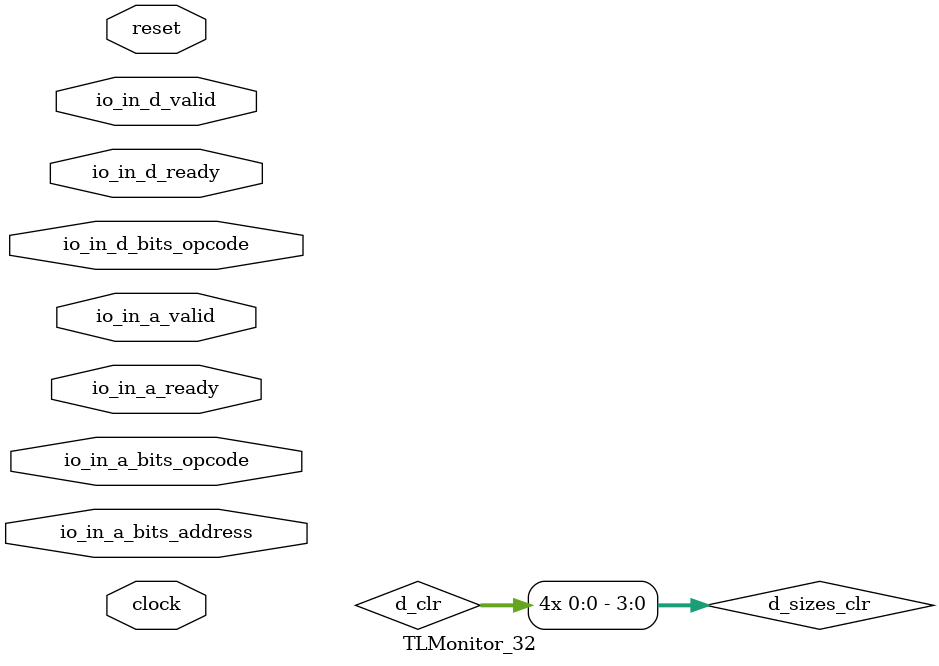
<source format=sv>

`ifndef STOP_COND_
  `ifdef STOP_COND
    `define STOP_COND_ (`STOP_COND)
  `else  // STOP_COND
    `define STOP_COND_ 1
  `endif // STOP_COND
`endif // not def STOP_COND_

// Users can define 'ASSERT_VERBOSE_COND' to add an extra gate to assert error printing.
`ifndef ASSERT_VERBOSE_COND_
  `ifdef ASSERT_VERBOSE_COND
    `define ASSERT_VERBOSE_COND_ (`ASSERT_VERBOSE_COND)
  `else  // ASSERT_VERBOSE_COND
    `define ASSERT_VERBOSE_COND_ 1
  `endif // ASSERT_VERBOSE_COND
`endif // not def ASSERT_VERBOSE_COND_

// Include register initializers in init blocks unless synthesis is set
`ifndef RANDOMIZE
  `ifdef RANDOMIZE_REG_INIT
    `define RANDOMIZE
  `endif // RANDOMIZE_REG_INIT
`endif // not def RANDOMIZE
`ifndef SYNTHESIS
  `ifndef ENABLE_INITIAL_REG_
    `define ENABLE_INITIAL_REG_
  `endif // not def ENABLE_INITIAL_REG_
`endif // not def SYNTHESIS

// Standard header to adapt well known macros for register randomization.

// RANDOM may be set to an expression that produces a 32-bit random unsigned value.
`ifndef RANDOM
  `define RANDOM $random
`endif // not def RANDOM

// Users can define INIT_RANDOM as general code that gets injected into the
// initializer block for modules with registers.
`ifndef INIT_RANDOM
  `define INIT_RANDOM
`endif // not def INIT_RANDOM

// If using random initialization, you can also define RANDOMIZE_DELAY to
// customize the delay used, otherwise 0.002 is used.
`ifndef RANDOMIZE_DELAY
  `define RANDOMIZE_DELAY 0.002
`endif // not def RANDOMIZE_DELAY

// Define INIT_RANDOM_PROLOG_ for use in our modules below.
`ifndef INIT_RANDOM_PROLOG_
  `ifdef RANDOMIZE
    `ifdef VERILATOR
      `define INIT_RANDOM_PROLOG_ `INIT_RANDOM
    `else  // VERILATOR
      `define INIT_RANDOM_PROLOG_ `INIT_RANDOM #`RANDOMIZE_DELAY begin end
    `endif // VERILATOR
  `else  // RANDOMIZE
    `define INIT_RANDOM_PROLOG_
  `endif // RANDOMIZE
`endif // not def INIT_RANDOM_PROLOG_
module TLMonitor_32(	// @[generators/rocket-chip/src/main/scala/tilelink/Monitor.scala:36:7]
  input       clock,	// @[generators/rocket-chip/src/main/scala/tilelink/Monitor.scala:36:7]
  input       reset,	// @[generators/rocket-chip/src/main/scala/tilelink/Monitor.scala:36:7]
  input       io_in_a_ready,	// @[generators/rocket-chip/src/main/scala/tilelink/Monitor.scala:20:14]
  input       io_in_a_valid,	// @[generators/rocket-chip/src/main/scala/tilelink/Monitor.scala:20:14]
  input [2:0] io_in_a_bits_opcode,	// @[generators/rocket-chip/src/main/scala/tilelink/Monitor.scala:20:14]
  input [6:0] io_in_a_bits_address,	// @[generators/rocket-chip/src/main/scala/tilelink/Monitor.scala:20:14]
  input       io_in_d_ready,	// @[generators/rocket-chip/src/main/scala/tilelink/Monitor.scala:20:14]
  input       io_in_d_valid,	// @[generators/rocket-chip/src/main/scala/tilelink/Monitor.scala:20:14]
  input [2:0] io_in_d_bits_opcode	// @[generators/rocket-chip/src/main/scala/tilelink/Monitor.scala:20:14]
);

  wire [31:0] _plusarg_reader_1_out;	// @[generators/rocket-chip/src/main/scala/util/PlusArg.scala:80:11]
  wire [31:0] _plusarg_reader_out;	// @[generators/rocket-chip/src/main/scala/util/PlusArg.scala:80:11]
  wire        a_first_done = io_in_a_ready & io_in_a_valid;	// @[src/main/scala/chisel3/util/Decoupled.scala:51:35]
  reg         a_first_counter;	// @[generators/rocket-chip/src/main/scala/tilelink/Edges.scala:229:27]
  reg  [2:0]  opcode;	// @[generators/rocket-chip/src/main/scala/tilelink/Monitor.scala:387:22]
  reg  [6:0]  address;	// @[generators/rocket-chip/src/main/scala/tilelink/Monitor.scala:391:22]
  reg         d_first_counter;	// @[generators/rocket-chip/src/main/scala/tilelink/Edges.scala:229:27]
  reg  [2:0]  opcode_1;	// @[generators/rocket-chip/src/main/scala/tilelink/Monitor.scala:538:22]
  reg  [1:0]  inflight;	// @[generators/rocket-chip/src/main/scala/tilelink/Monitor.scala:614:27]
  reg  [3:0]  inflight_opcodes;	// @[generators/rocket-chip/src/main/scala/tilelink/Monitor.scala:616:35]
  reg  [3:0]  inflight_sizes;	// @[generators/rocket-chip/src/main/scala/tilelink/Monitor.scala:618:33]
  reg         a_first_counter_1;	// @[generators/rocket-chip/src/main/scala/tilelink/Edges.scala:229:27]
  reg         d_first_counter_1;	// @[generators/rocket-chip/src/main/scala/tilelink/Edges.scala:229:27]
  wire        a_set = a_first_done & ~a_first_counter_1;	// @[generators/rocket-chip/src/main/scala/tilelink/Edges.scala:229:27, :231:25, generators/rocket-chip/src/main/scala/tilelink/Monitor.scala:655:25, src/main/scala/chisel3/util/Decoupled.scala:51:35]
  wire        d_release_ack = io_in_d_bits_opcode == 3'h6;	// @[generators/rocket-chip/src/main/scala/tilelink/Monitor.scala:673:46]
  wire        _GEN = io_in_d_bits_opcode != 3'h6;	// @[generators/rocket-chip/src/main/scala/tilelink/Monitor.scala:673:46, :674:74]
  reg  [31:0] watchdog;	// @[generators/rocket-chip/src/main/scala/tilelink/Monitor.scala:709:27]
  reg  [1:0]  inflight_1;	// @[generators/rocket-chip/src/main/scala/tilelink/Monitor.scala:726:35]
  reg  [3:0]  inflight_sizes_1;	// @[generators/rocket-chip/src/main/scala/tilelink/Monitor.scala:728:35]
  reg         d_first_counter_2;	// @[generators/rocket-chip/src/main/scala/tilelink/Edges.scala:229:27]
  reg  [31:0] watchdog_1;	// @[generators/rocket-chip/src/main/scala/tilelink/Monitor.scala:818:27]
  `ifndef SYNTHESIS	// @[generators/rocket-chip/src/main/scala/tilelink/Monitor.scala:45:11]
    wire [7:0][2:0] _GEN_0 = '{3'h4, 3'h5, 3'h2, 3'h1, 3'h1, 3'h1, 3'h0, 3'h0};
    wire [7:0][2:0] _GEN_1 = '{3'h4, 3'h4, 3'h2, 3'h1, 3'h1, 3'h1, 3'h0, 3'h0};
    wire            _GEN_2 = io_in_a_valid & io_in_a_bits_opcode == 3'h6 & ~reset;	// @[generators/rocket-chip/src/main/scala/tilelink/Monitor.scala:45:11, :84:{25,54}]
    wire            _GEN_3 = io_in_a_valid & (&io_in_a_bits_opcode) & ~reset;	// @[generators/rocket-chip/src/main/scala/tilelink/Monitor.scala:45:11, :95:{25,53}]
    wire            _GEN_4 = {io_in_a_bits_address[6:4] ^ 3'h4, io_in_a_bits_address[2]} == 4'h0 | io_in_a_bits_address[6:3] == 4'hA;	// @[generators/rocket-chip/src/main/scala/diplomacy/Parameters.scala:137:{31,41,46,59}, generators/rocket-chip/src/main/scala/tilelink/Monitor.scala:20:14, :36:7, generators/rocket-chip/src/main/scala/tilelink/Parameters.scala:685:42]
    wire            _GEN_5 = io_in_a_valid & io_in_a_bits_opcode == 3'h4 & ~reset;	// @[generators/rocket-chip/src/main/scala/tilelink/Monitor.scala:36:7, :45:11, :107:{25,45}]
    wire            _GEN_6 = io_in_a_valid & io_in_a_bits_opcode == 3'h0 & ~reset;	// @[generators/rocket-chip/src/main/scala/tilelink/Monitor.scala:36:7, :45:11, :117:{25,53}]
    wire            _GEN_7 = io_in_a_valid & io_in_a_bits_opcode == 3'h1 & ~reset;	// @[generators/rocket-chip/src/main/scala/tilelink/Monitor.scala:36:7, :45:11, :125:{25,56}]
    wire            _GEN_8 = io_in_a_valid & io_in_a_bits_opcode == 3'h2 & ~reset;	// @[generators/rocket-chip/src/main/scala/tilelink/Monitor.scala:45:11, :133:{25,56}]
    wire            _GEN_9 = io_in_a_valid & io_in_a_bits_opcode == 3'h3 & ~reset;	// @[generators/rocket-chip/src/main/scala/tilelink/Monitor.scala:45:11, :141:{25,53}]
    wire            _GEN_10 = io_in_a_valid & io_in_a_bits_opcode == 3'h5 & ~reset;	// @[generators/rocket-chip/src/main/scala/tilelink/Monitor.scala:45:11, :149:{25,46}]
    wire            _GEN_11 = io_in_a_valid & a_first_counter & ~reset;	// @[generators/rocket-chip/src/main/scala/tilelink/Edges.scala:229:27, generators/rocket-chip/src/main/scala/tilelink/Monitor.scala:45:11, :392:19]
    wire            _same_cycle_resp_T_1 = io_in_a_valid & ~a_first_counter_1;	// @[generators/rocket-chip/src/main/scala/tilelink/Edges.scala:229:27, :231:25, generators/rocket-chip/src/main/scala/tilelink/Monitor.scala:651:26]
    wire            _GEN_12 = io_in_d_valid & ~d_first_counter_1;	// @[generators/rocket-chip/src/main/scala/tilelink/Edges.scala:229:27, :231:25, generators/rocket-chip/src/main/scala/tilelink/Monitor.scala:674:26]
    wire            _GEN_13 = _GEN_12 & _GEN;	// @[generators/rocket-chip/src/main/scala/tilelink/Monitor.scala:673:46, :674:{26,74}, :683:71]
    wire            _GEN_14 = _GEN_13 & ~_same_cycle_resp_T_1 & ~reset;	// @[generators/rocket-chip/src/main/scala/tilelink/Monitor.scala:45:11, :52:11, :651:26, :683:71, :687:30]
    wire            _GEN_15 = io_in_d_valid & ~d_first_counter_2 & d_release_ack & ~reset;	// @[generators/rocket-chip/src/main/scala/tilelink/Edges.scala:229:27, :231:25, generators/rocket-chip/src/main/scala/tilelink/Monitor.scala:45:11, :52:11, :673:46, :784:26, :794:71]
    always @(posedge clock) begin	// @[generators/rocket-chip/src/main/scala/tilelink/Monitor.scala:45:11]
      if (_GEN_2) begin	// @[generators/rocket-chip/src/main/scala/tilelink/Monitor.scala:45:11, :84:54]
        if (`ASSERT_VERBOSE_COND_)	// @[generators/rocket-chip/src/main/scala/tilelink/Monitor.scala:45:11]
          $error("Assertion failed: 'A' channel carries AcquireBlock type which is unexpected using diplomatic parameters (connected at generators/rocket-chip/src/main/scala/devices/debug/Debug.scala:706:19)\n    at Monitor.scala:45 assert(cond, message)\n");	// @[generators/rocket-chip/src/main/scala/tilelink/Monitor.scala:45:11]
        if (`STOP_COND_)	// @[generators/rocket-chip/src/main/scala/tilelink/Monitor.scala:45:11]
          $fatal;	// @[generators/rocket-chip/src/main/scala/tilelink/Monitor.scala:45:11]
        if (`ASSERT_VERBOSE_COND_)	// @[generators/rocket-chip/src/main/scala/tilelink/Monitor.scala:45:11]
          $error("Assertion failed: 'A' channel carries AcquireBlock from a client which does not support Probe (connected at generators/rocket-chip/src/main/scala/devices/debug/Debug.scala:706:19)\n    at Monitor.scala:45 assert(cond, message)\n");	// @[generators/rocket-chip/src/main/scala/tilelink/Monitor.scala:45:11]
        if (`STOP_COND_)	// @[generators/rocket-chip/src/main/scala/tilelink/Monitor.scala:45:11]
          $fatal;	// @[generators/rocket-chip/src/main/scala/tilelink/Monitor.scala:45:11]
      end
      if (_GEN_2 & (|(io_in_a_bits_address[1:0]))) begin	// @[generators/rocket-chip/src/main/scala/tilelink/Edges.scala:21:{16,24}, generators/rocket-chip/src/main/scala/tilelink/Monitor.scala:45:11, :84:54]
        if (`ASSERT_VERBOSE_COND_)	// @[generators/rocket-chip/src/main/scala/tilelink/Monitor.scala:45:11]
          $error("Assertion failed: 'A' channel AcquireBlock address not aligned to size (connected at generators/rocket-chip/src/main/scala/devices/debug/Debug.scala:706:19)\n    at Monitor.scala:45 assert(cond, message)\n");	// @[generators/rocket-chip/src/main/scala/tilelink/Monitor.scala:45:11]
        if (`STOP_COND_)	// @[generators/rocket-chip/src/main/scala/tilelink/Monitor.scala:45:11]
          $fatal;	// @[generators/rocket-chip/src/main/scala/tilelink/Monitor.scala:45:11]
      end
      if (_GEN_3) begin	// @[generators/rocket-chip/src/main/scala/tilelink/Monitor.scala:45:11, :95:53]
        if (`ASSERT_VERBOSE_COND_)	// @[generators/rocket-chip/src/main/scala/tilelink/Monitor.scala:45:11]
          $error("Assertion failed: 'A' channel carries AcquirePerm type which is unexpected using diplomatic parameters (connected at generators/rocket-chip/src/main/scala/devices/debug/Debug.scala:706:19)\n    at Monitor.scala:45 assert(cond, message)\n");	// @[generators/rocket-chip/src/main/scala/tilelink/Monitor.scala:45:11]
        if (`STOP_COND_)	// @[generators/rocket-chip/src/main/scala/tilelink/Monitor.scala:45:11]
          $fatal;	// @[generators/rocket-chip/src/main/scala/tilelink/Monitor.scala:45:11]
        if (`ASSERT_VERBOSE_COND_)	// @[generators/rocket-chip/src/main/scala/tilelink/Monitor.scala:45:11]
          $error("Assertion failed: 'A' channel carries AcquirePerm from a client which does not support Probe (connected at generators/rocket-chip/src/main/scala/devices/debug/Debug.scala:706:19)\n    at Monitor.scala:45 assert(cond, message)\n");	// @[generators/rocket-chip/src/main/scala/tilelink/Monitor.scala:45:11]
        if (`STOP_COND_)	// @[generators/rocket-chip/src/main/scala/tilelink/Monitor.scala:45:11]
          $fatal;	// @[generators/rocket-chip/src/main/scala/tilelink/Monitor.scala:45:11]
      end
      if (_GEN_3 & (|(io_in_a_bits_address[1:0]))) begin	// @[generators/rocket-chip/src/main/scala/tilelink/Edges.scala:21:{16,24}, generators/rocket-chip/src/main/scala/tilelink/Monitor.scala:45:11, :95:53]
        if (`ASSERT_VERBOSE_COND_)	// @[generators/rocket-chip/src/main/scala/tilelink/Monitor.scala:45:11]
          $error("Assertion failed: 'A' channel AcquirePerm address not aligned to size (connected at generators/rocket-chip/src/main/scala/devices/debug/Debug.scala:706:19)\n    at Monitor.scala:45 assert(cond, message)\n");	// @[generators/rocket-chip/src/main/scala/tilelink/Monitor.scala:45:11]
        if (`STOP_COND_)	// @[generators/rocket-chip/src/main/scala/tilelink/Monitor.scala:45:11]
          $fatal;	// @[generators/rocket-chip/src/main/scala/tilelink/Monitor.scala:45:11]
      end
      if (_GEN_3) begin	// @[generators/rocket-chip/src/main/scala/tilelink/Monitor.scala:45:11, :95:53]
        if (`ASSERT_VERBOSE_COND_)	// @[generators/rocket-chip/src/main/scala/tilelink/Monitor.scala:45:11]
          $error("Assertion failed: 'A' channel AcquirePerm requests NtoB (connected at generators/rocket-chip/src/main/scala/devices/debug/Debug.scala:706:19)\n    at Monitor.scala:45 assert(cond, message)\n");	// @[generators/rocket-chip/src/main/scala/tilelink/Monitor.scala:45:11]
        if (`STOP_COND_)	// @[generators/rocket-chip/src/main/scala/tilelink/Monitor.scala:45:11]
          $fatal;	// @[generators/rocket-chip/src/main/scala/tilelink/Monitor.scala:45:11]
      end
      if (_GEN_5 & ~_GEN_4) begin	// @[generators/rocket-chip/src/main/scala/tilelink/Monitor.scala:45:11, :107:45, generators/rocket-chip/src/main/scala/tilelink/Parameters.scala:685:42]
        if (`ASSERT_VERBOSE_COND_)	// @[generators/rocket-chip/src/main/scala/tilelink/Monitor.scala:45:11]
          $error("Assertion failed: 'A' channel carries Get type which slave claims it can't support (connected at generators/rocket-chip/src/main/scala/devices/debug/Debug.scala:706:19)\n    at Monitor.scala:45 assert(cond, message)\n");	// @[generators/rocket-chip/src/main/scala/tilelink/Monitor.scala:45:11]
        if (`STOP_COND_)	// @[generators/rocket-chip/src/main/scala/tilelink/Monitor.scala:45:11]
          $fatal;	// @[generators/rocket-chip/src/main/scala/tilelink/Monitor.scala:45:11]
      end
      if (_GEN_5 & (|(io_in_a_bits_address[1:0]))) begin	// @[generators/rocket-chip/src/main/scala/tilelink/Edges.scala:21:{16,24}, generators/rocket-chip/src/main/scala/tilelink/Monitor.scala:45:11, :107:45]
        if (`ASSERT_VERBOSE_COND_)	// @[generators/rocket-chip/src/main/scala/tilelink/Monitor.scala:45:11]
          $error("Assertion failed: 'A' channel Get address not aligned to size (connected at generators/rocket-chip/src/main/scala/devices/debug/Debug.scala:706:19)\n    at Monitor.scala:45 assert(cond, message)\n");	// @[generators/rocket-chip/src/main/scala/tilelink/Monitor.scala:45:11]
        if (`STOP_COND_)	// @[generators/rocket-chip/src/main/scala/tilelink/Monitor.scala:45:11]
          $fatal;	// @[generators/rocket-chip/src/main/scala/tilelink/Monitor.scala:45:11]
      end
      if (_GEN_6 & ~_GEN_4) begin	// @[generators/rocket-chip/src/main/scala/tilelink/Monitor.scala:45:11, :117:53, generators/rocket-chip/src/main/scala/tilelink/Parameters.scala:685:42]
        if (`ASSERT_VERBOSE_COND_)	// @[generators/rocket-chip/src/main/scala/tilelink/Monitor.scala:45:11]
          $error("Assertion failed: 'A' channel carries PutFull type which is unexpected using diplomatic parameters (connected at generators/rocket-chip/src/main/scala/devices/debug/Debug.scala:706:19)\n    at Monitor.scala:45 assert(cond, message)\n");	// @[generators/rocket-chip/src/main/scala/tilelink/Monitor.scala:45:11]
        if (`STOP_COND_)	// @[generators/rocket-chip/src/main/scala/tilelink/Monitor.scala:45:11]
          $fatal;	// @[generators/rocket-chip/src/main/scala/tilelink/Monitor.scala:45:11]
      end
      if (_GEN_6 & (|(io_in_a_bits_address[1:0]))) begin	// @[generators/rocket-chip/src/main/scala/tilelink/Edges.scala:21:{16,24}, generators/rocket-chip/src/main/scala/tilelink/Monitor.scala:45:11, :117:53]
        if (`ASSERT_VERBOSE_COND_)	// @[generators/rocket-chip/src/main/scala/tilelink/Monitor.scala:45:11]
          $error("Assertion failed: 'A' channel PutFull address not aligned to size (connected at generators/rocket-chip/src/main/scala/devices/debug/Debug.scala:706:19)\n    at Monitor.scala:45 assert(cond, message)\n");	// @[generators/rocket-chip/src/main/scala/tilelink/Monitor.scala:45:11]
        if (`STOP_COND_)	// @[generators/rocket-chip/src/main/scala/tilelink/Monitor.scala:45:11]
          $fatal;	// @[generators/rocket-chip/src/main/scala/tilelink/Monitor.scala:45:11]
      end
      if (_GEN_7) begin	// @[generators/rocket-chip/src/main/scala/tilelink/Monitor.scala:45:11, :125:56]
        if (`ASSERT_VERBOSE_COND_)	// @[generators/rocket-chip/src/main/scala/tilelink/Monitor.scala:45:11]
          $error("Assertion failed: 'A' channel carries PutPartial type which is unexpected using diplomatic parameters (connected at generators/rocket-chip/src/main/scala/devices/debug/Debug.scala:706:19)\n    at Monitor.scala:45 assert(cond, message)\n");	// @[generators/rocket-chip/src/main/scala/tilelink/Monitor.scala:45:11]
        if (`STOP_COND_)	// @[generators/rocket-chip/src/main/scala/tilelink/Monitor.scala:45:11]
          $fatal;	// @[generators/rocket-chip/src/main/scala/tilelink/Monitor.scala:45:11]
      end
      if (_GEN_7 & (|(io_in_a_bits_address[1:0]))) begin	// @[generators/rocket-chip/src/main/scala/tilelink/Edges.scala:21:{16,24}, generators/rocket-chip/src/main/scala/tilelink/Monitor.scala:45:11, :125:56]
        if (`ASSERT_VERBOSE_COND_)	// @[generators/rocket-chip/src/main/scala/tilelink/Monitor.scala:45:11]
          $error("Assertion failed: 'A' channel PutPartial address not aligned to size (connected at generators/rocket-chip/src/main/scala/devices/debug/Debug.scala:706:19)\n    at Monitor.scala:45 assert(cond, message)\n");	// @[generators/rocket-chip/src/main/scala/tilelink/Monitor.scala:45:11]
        if (`STOP_COND_)	// @[generators/rocket-chip/src/main/scala/tilelink/Monitor.scala:45:11]
          $fatal;	// @[generators/rocket-chip/src/main/scala/tilelink/Monitor.scala:45:11]
      end
      if (_GEN_8) begin	// @[generators/rocket-chip/src/main/scala/tilelink/Monitor.scala:45:11, :133:56]
        if (`ASSERT_VERBOSE_COND_)	// @[generators/rocket-chip/src/main/scala/tilelink/Monitor.scala:45:11]
          $error("Assertion failed: 'A' channel carries Arithmetic type which is unexpected using diplomatic parameters (connected at generators/rocket-chip/src/main/scala/devices/debug/Debug.scala:706:19)\n    at Monitor.scala:45 assert(cond, message)\n");	// @[generators/rocket-chip/src/main/scala/tilelink/Monitor.scala:45:11]
        if (`STOP_COND_)	// @[generators/rocket-chip/src/main/scala/tilelink/Monitor.scala:45:11]
          $fatal;	// @[generators/rocket-chip/src/main/scala/tilelink/Monitor.scala:45:11]
      end
      if (_GEN_8 & (|(io_in_a_bits_address[1:0]))) begin	// @[generators/rocket-chip/src/main/scala/tilelink/Edges.scala:21:{16,24}, generators/rocket-chip/src/main/scala/tilelink/Monitor.scala:45:11, :133:56]
        if (`ASSERT_VERBOSE_COND_)	// @[generators/rocket-chip/src/main/scala/tilelink/Monitor.scala:45:11]
          $error("Assertion failed: 'A' channel Arithmetic address not aligned to size (connected at generators/rocket-chip/src/main/scala/devices/debug/Debug.scala:706:19)\n    at Monitor.scala:45 assert(cond, message)\n");	// @[generators/rocket-chip/src/main/scala/tilelink/Monitor.scala:45:11]
        if (`STOP_COND_)	// @[generators/rocket-chip/src/main/scala/tilelink/Monitor.scala:45:11]
          $fatal;	// @[generators/rocket-chip/src/main/scala/tilelink/Monitor.scala:45:11]
      end
      if (_GEN_9) begin	// @[generators/rocket-chip/src/main/scala/tilelink/Monitor.scala:45:11, :141:53]
        if (`ASSERT_VERBOSE_COND_)	// @[generators/rocket-chip/src/main/scala/tilelink/Monitor.scala:45:11]
          $error("Assertion failed: 'A' channel carries Logical type which is unexpected using diplomatic parameters (connected at generators/rocket-chip/src/main/scala/devices/debug/Debug.scala:706:19)\n    at Monitor.scala:45 assert(cond, message)\n");	// @[generators/rocket-chip/src/main/scala/tilelink/Monitor.scala:45:11]
        if (`STOP_COND_)	// @[generators/rocket-chip/src/main/scala/tilelink/Monitor.scala:45:11]
          $fatal;	// @[generators/rocket-chip/src/main/scala/tilelink/Monitor.scala:45:11]
      end
      if (_GEN_9 & (|(io_in_a_bits_address[1:0]))) begin	// @[generators/rocket-chip/src/main/scala/tilelink/Edges.scala:21:{16,24}, generators/rocket-chip/src/main/scala/tilelink/Monitor.scala:45:11, :141:53]
        if (`ASSERT_VERBOSE_COND_)	// @[generators/rocket-chip/src/main/scala/tilelink/Monitor.scala:45:11]
          $error("Assertion failed: 'A' channel Logical address not aligned to size (connected at generators/rocket-chip/src/main/scala/devices/debug/Debug.scala:706:19)\n    at Monitor.scala:45 assert(cond, message)\n");	// @[generators/rocket-chip/src/main/scala/tilelink/Monitor.scala:45:11]
        if (`STOP_COND_)	// @[generators/rocket-chip/src/main/scala/tilelink/Monitor.scala:45:11]
          $fatal;	// @[generators/rocket-chip/src/main/scala/tilelink/Monitor.scala:45:11]
      end
      if (_GEN_10) begin	// @[generators/rocket-chip/src/main/scala/tilelink/Monitor.scala:45:11, :149:46]
        if (`ASSERT_VERBOSE_COND_)	// @[generators/rocket-chip/src/main/scala/tilelink/Monitor.scala:45:11]
          $error("Assertion failed: 'A' channel carries Hint type which is unexpected using diplomatic parameters (connected at generators/rocket-chip/src/main/scala/devices/debug/Debug.scala:706:19)\n    at Monitor.scala:45 assert(cond, message)\n");	// @[generators/rocket-chip/src/main/scala/tilelink/Monitor.scala:45:11]
        if (`STOP_COND_)	// @[generators/rocket-chip/src/main/scala/tilelink/Monitor.scala:45:11]
          $fatal;	// @[generators/rocket-chip/src/main/scala/tilelink/Monitor.scala:45:11]
      end
      if (_GEN_10 & (|(io_in_a_bits_address[1:0]))) begin	// @[generators/rocket-chip/src/main/scala/tilelink/Edges.scala:21:{16,24}, generators/rocket-chip/src/main/scala/tilelink/Monitor.scala:45:11, :149:46]
        if (`ASSERT_VERBOSE_COND_)	// @[generators/rocket-chip/src/main/scala/tilelink/Monitor.scala:45:11]
          $error("Assertion failed: 'A' channel Hint address not aligned to size (connected at generators/rocket-chip/src/main/scala/devices/debug/Debug.scala:706:19)\n    at Monitor.scala:45 assert(cond, message)\n");	// @[generators/rocket-chip/src/main/scala/tilelink/Monitor.scala:45:11]
        if (`STOP_COND_)	// @[generators/rocket-chip/src/main/scala/tilelink/Monitor.scala:45:11]
          $fatal;	// @[generators/rocket-chip/src/main/scala/tilelink/Monitor.scala:45:11]
      end
      if (io_in_d_valid & ~reset & (&io_in_d_bits_opcode)) begin	// @[generators/rocket-chip/src/main/scala/tilelink/Bundles.scala:45:24, generators/rocket-chip/src/main/scala/tilelink/Monitor.scala:45:11, :52:11]
        if (`ASSERT_VERBOSE_COND_)	// @[generators/rocket-chip/src/main/scala/tilelink/Monitor.scala:52:11]
          $error("Assertion failed: 'D' channel has invalid opcode (connected at generators/rocket-chip/src/main/scala/devices/debug/Debug.scala:706:19)\n    at Monitor.scala:52 assert(cond, message)\n");	// @[generators/rocket-chip/src/main/scala/tilelink/Monitor.scala:52:11]
        if (`STOP_COND_)	// @[generators/rocket-chip/src/main/scala/tilelink/Monitor.scala:52:11]
          $fatal;	// @[generators/rocket-chip/src/main/scala/tilelink/Monitor.scala:52:11]
      end
      if (io_in_d_valid & io_in_d_bits_opcode == 3'h4 & ~reset) begin	// @[generators/rocket-chip/src/main/scala/tilelink/Monitor.scala:36:7, :45:11, :52:11, :321:{25,47}]
        if (`ASSERT_VERBOSE_COND_)	// @[generators/rocket-chip/src/main/scala/tilelink/Monitor.scala:52:11]
          $error("Assertion failed: 'D' channel Grant carries invalid sink ID (connected at generators/rocket-chip/src/main/scala/devices/debug/Debug.scala:706:19)\n    at Monitor.scala:52 assert(cond, message)\n");	// @[generators/rocket-chip/src/main/scala/tilelink/Monitor.scala:52:11]
        if (`STOP_COND_)	// @[generators/rocket-chip/src/main/scala/tilelink/Monitor.scala:52:11]
          $fatal;	// @[generators/rocket-chip/src/main/scala/tilelink/Monitor.scala:52:11]
      end
      if (io_in_d_valid & io_in_d_bits_opcode == 3'h5 & ~reset) begin	// @[generators/rocket-chip/src/main/scala/tilelink/Monitor.scala:45:11, :52:11, :331:{25,51}]
        if (`ASSERT_VERBOSE_COND_)	// @[generators/rocket-chip/src/main/scala/tilelink/Monitor.scala:52:11]
          $error("Assertion failed: 'D' channel GrantData carries invalid sink ID (connected at generators/rocket-chip/src/main/scala/devices/debug/Debug.scala:706:19)\n    at Monitor.scala:52 assert(cond, message)\n");	// @[generators/rocket-chip/src/main/scala/tilelink/Monitor.scala:52:11]
        if (`STOP_COND_)	// @[generators/rocket-chip/src/main/scala/tilelink/Monitor.scala:52:11]
          $fatal;	// @[generators/rocket-chip/src/main/scala/tilelink/Monitor.scala:52:11]
      end
      if (_GEN_11 & io_in_a_bits_opcode != opcode) begin	// @[generators/rocket-chip/src/main/scala/tilelink/Monitor.scala:45:11, :387:22, :392:19, :393:32]
        if (`ASSERT_VERBOSE_COND_)	// @[generators/rocket-chip/src/main/scala/tilelink/Monitor.scala:45:11]
          $error("Assertion failed: 'A' channel opcode changed within multibeat operation (connected at generators/rocket-chip/src/main/scala/devices/debug/Debug.scala:706:19)\n    at Monitor.scala:45 assert(cond, message)\n");	// @[generators/rocket-chip/src/main/scala/tilelink/Monitor.scala:45:11]
        if (`STOP_COND_)	// @[generators/rocket-chip/src/main/scala/tilelink/Monitor.scala:45:11]
          $fatal;	// @[generators/rocket-chip/src/main/scala/tilelink/Monitor.scala:45:11]
      end
      if (_GEN_11 & io_in_a_bits_address != address) begin	// @[generators/rocket-chip/src/main/scala/tilelink/Monitor.scala:45:11, :391:22, :392:19, :397:32]
        if (`ASSERT_VERBOSE_COND_)	// @[generators/rocket-chip/src/main/scala/tilelink/Monitor.scala:45:11]
          $error("Assertion failed: 'A' channel address changed with multibeat operation (connected at generators/rocket-chip/src/main/scala/devices/debug/Debug.scala:706:19)\n    at Monitor.scala:45 assert(cond, message)\n");	// @[generators/rocket-chip/src/main/scala/tilelink/Monitor.scala:45:11]
        if (`STOP_COND_)	// @[generators/rocket-chip/src/main/scala/tilelink/Monitor.scala:45:11]
          $fatal;	// @[generators/rocket-chip/src/main/scala/tilelink/Monitor.scala:45:11]
      end
      if (io_in_d_valid & d_first_counter & ~reset & io_in_d_bits_opcode != opcode_1) begin	// @[generators/rocket-chip/src/main/scala/tilelink/Edges.scala:229:27, generators/rocket-chip/src/main/scala/tilelink/Monitor.scala:45:11, :52:11, :538:22, :544:19, :545:29]
        if (`ASSERT_VERBOSE_COND_)	// @[generators/rocket-chip/src/main/scala/tilelink/Monitor.scala:52:11]
          $error("Assertion failed: 'D' channel opcode changed within multibeat operation (connected at generators/rocket-chip/src/main/scala/devices/debug/Debug.scala:706:19)\n    at Monitor.scala:52 assert(cond, message)\n");	// @[generators/rocket-chip/src/main/scala/tilelink/Monitor.scala:52:11]
        if (`STOP_COND_)	// @[generators/rocket-chip/src/main/scala/tilelink/Monitor.scala:52:11]
          $fatal;	// @[generators/rocket-chip/src/main/scala/tilelink/Monitor.scala:52:11]
      end
      if (a_set & ~reset & inflight[0]) begin	// @[generators/rocket-chip/src/main/scala/tilelink/Monitor.scala:45:11, :614:27, :655:25, :661:26]
        if (`ASSERT_VERBOSE_COND_)	// @[generators/rocket-chip/src/main/scala/tilelink/Monitor.scala:45:11]
          $error("Assertion failed: 'A' channel re-used a source ID (connected at generators/rocket-chip/src/main/scala/devices/debug/Debug.scala:706:19)\n    at Monitor.scala:45 assert(cond, message)\n");	// @[generators/rocket-chip/src/main/scala/tilelink/Monitor.scala:45:11]
        if (`STOP_COND_)	// @[generators/rocket-chip/src/main/scala/tilelink/Monitor.scala:45:11]
          $fatal;	// @[generators/rocket-chip/src/main/scala/tilelink/Monitor.scala:45:11]
      end
      if (_GEN_13 & ~reset & ~(inflight[0] | _same_cycle_resp_T_1)) begin	// @[generators/rocket-chip/src/main/scala/tilelink/Monitor.scala:45:11, :52:11, :614:27, :651:26, :661:26, :683:71, :685:49]
        if (`ASSERT_VERBOSE_COND_)	// @[generators/rocket-chip/src/main/scala/tilelink/Monitor.scala:52:11]
          $error("Assertion failed: 'D' channel acknowledged for nothing inflight (connected at generators/rocket-chip/src/main/scala/devices/debug/Debug.scala:706:19)\n    at Monitor.scala:52 assert(cond, message)\n");	// @[generators/rocket-chip/src/main/scala/tilelink/Monitor.scala:52:11]
        if (`STOP_COND_)	// @[generators/rocket-chip/src/main/scala/tilelink/Monitor.scala:52:11]
          $fatal;	// @[generators/rocket-chip/src/main/scala/tilelink/Monitor.scala:52:11]
      end
      if (_GEN_13 & _same_cycle_resp_T_1 & ~reset & ~(io_in_d_bits_opcode == _GEN_1[io_in_a_bits_opcode] | io_in_d_bits_opcode == _GEN_0[io_in_a_bits_opcode])) begin	// @[generators/rocket-chip/src/main/scala/tilelink/Monitor.scala:45:11, :52:11, :651:26, :683:71, :687:30, :688:{38,77}, :689:39]
        if (`ASSERT_VERBOSE_COND_)	// @[generators/rocket-chip/src/main/scala/tilelink/Monitor.scala:52:11]
          $error("Assertion failed: 'D' channel contains improper opcode response (connected at generators/rocket-chip/src/main/scala/devices/debug/Debug.scala:706:19)\n    at Monitor.scala:52 assert(cond, message)\n");	// @[generators/rocket-chip/src/main/scala/tilelink/Monitor.scala:52:11]
        if (`STOP_COND_)	// @[generators/rocket-chip/src/main/scala/tilelink/Monitor.scala:52:11]
          $fatal;	// @[generators/rocket-chip/src/main/scala/tilelink/Monitor.scala:52:11]
      end
      if (_GEN_14 & ~(io_in_d_bits_opcode == _GEN_1[inflight_opcodes[3:1]] | io_in_d_bits_opcode == _GEN_0[inflight_opcodes[3:1]])) begin	// @[generators/rocket-chip/src/main/scala/tilelink/Monitor.scala:52:11, :616:35, :637:152, :687:30, :692:{38,72}, :693:38]
        if (`ASSERT_VERBOSE_COND_)	// @[generators/rocket-chip/src/main/scala/tilelink/Monitor.scala:52:11]
          $error("Assertion failed: 'D' channel contains improper opcode response (connected at generators/rocket-chip/src/main/scala/devices/debug/Debug.scala:706:19)\n    at Monitor.scala:52 assert(cond, message)\n");	// @[generators/rocket-chip/src/main/scala/tilelink/Monitor.scala:52:11]
        if (`STOP_COND_)	// @[generators/rocket-chip/src/main/scala/tilelink/Monitor.scala:52:11]
          $fatal;	// @[generators/rocket-chip/src/main/scala/tilelink/Monitor.scala:52:11]
      end
      if (_GEN_14 & inflight_sizes[3:1] != 3'h2) begin	// @[generators/rocket-chip/src/main/scala/tilelink/Monitor.scala:52:11, :618:33, :641:144, :687:30, :694:36]
        if (`ASSERT_VERBOSE_COND_)	// @[generators/rocket-chip/src/main/scala/tilelink/Monitor.scala:52:11]
          $error("Assertion failed: 'D' channel contains improper response size (connected at generators/rocket-chip/src/main/scala/devices/debug/Debug.scala:706:19)\n    at Monitor.scala:52 assert(cond, message)\n");	// @[generators/rocket-chip/src/main/scala/tilelink/Monitor.scala:52:11]
        if (`STOP_COND_)	// @[generators/rocket-chip/src/main/scala/tilelink/Monitor.scala:52:11]
          $fatal;	// @[generators/rocket-chip/src/main/scala/tilelink/Monitor.scala:52:11]
      end
      if (_GEN_12 & ~a_first_counter_1 & io_in_a_valid & _GEN & ~reset & ~(~io_in_d_ready | io_in_a_ready)) begin	// @[generators/rocket-chip/src/main/scala/tilelink/Edges.scala:229:27, :231:25, generators/rocket-chip/src/main/scala/tilelink/Monitor.scala:45:11, :52:11, :673:46, :674:{26,74}, :697:{36,47,116}, :698:{15,32}]
        if (`ASSERT_VERBOSE_COND_)	// @[generators/rocket-chip/src/main/scala/tilelink/Monitor.scala:52:11]
          $error("Assertion failed: ready check\n    at Monitor.scala:52 assert(cond, message)\n");	// @[generators/rocket-chip/src/main/scala/tilelink/Monitor.scala:52:11]
        if (`STOP_COND_)	// @[generators/rocket-chip/src/main/scala/tilelink/Monitor.scala:52:11]
          $fatal;	// @[generators/rocket-chip/src/main/scala/tilelink/Monitor.scala:52:11]
      end
      if (~reset & ~(inflight == 2'h0 | _plusarg_reader_out == 32'h0 | watchdog < _plusarg_reader_out)) begin	// @[generators/rocket-chip/src/main/scala/tilelink/Monitor.scala:36:7, :45:11, :614:27, :709:27, :712:{26,30,39,47,59}, generators/rocket-chip/src/main/scala/util/PlusArg.scala:80:11]
        if (`ASSERT_VERBOSE_COND_)	// @[generators/rocket-chip/src/main/scala/tilelink/Monitor.scala:45:11]
          $error("Assertion failed: TileLink timeout expired (connected at generators/rocket-chip/src/main/scala/devices/debug/Debug.scala:706:19)\n    at Monitor.scala:45 assert(cond, message)\n");	// @[generators/rocket-chip/src/main/scala/tilelink/Monitor.scala:45:11]
        if (`STOP_COND_)	// @[generators/rocket-chip/src/main/scala/tilelink/Monitor.scala:45:11]
          $fatal;	// @[generators/rocket-chip/src/main/scala/tilelink/Monitor.scala:45:11]
      end
      if (_GEN_15 & ~(inflight_1[0])) begin	// @[generators/rocket-chip/src/main/scala/tilelink/Monitor.scala:52:11, :726:35, :784:26, :794:71, :796:25]
        if (`ASSERT_VERBOSE_COND_)	// @[generators/rocket-chip/src/main/scala/tilelink/Monitor.scala:52:11]
          $error("Assertion failed: 'D' channel acknowledged for nothing inflight (connected at generators/rocket-chip/src/main/scala/devices/debug/Debug.scala:706:19)\n    at Monitor.scala:52 assert(cond, message)\n");	// @[generators/rocket-chip/src/main/scala/tilelink/Monitor.scala:52:11]
        if (`STOP_COND_)	// @[generators/rocket-chip/src/main/scala/tilelink/Monitor.scala:52:11]
          $fatal;	// @[generators/rocket-chip/src/main/scala/tilelink/Monitor.scala:52:11]
      end
      if (_GEN_15 & inflight_sizes_1[3:1] != 3'h2) begin	// @[generators/rocket-chip/src/main/scala/tilelink/Monitor.scala:52:11, :728:35, :750:146, :784:26, :794:71, :800:36]
        if (`ASSERT_VERBOSE_COND_)	// @[generators/rocket-chip/src/main/scala/tilelink/Monitor.scala:52:11]
          $error("Assertion failed: 'D' channel contains improper response size (connected at generators/rocket-chip/src/main/scala/devices/debug/Debug.scala:706:19)\n    at Monitor.scala:52 assert(cond, message)\n");	// @[generators/rocket-chip/src/main/scala/tilelink/Monitor.scala:52:11]
        if (`STOP_COND_)	// @[generators/rocket-chip/src/main/scala/tilelink/Monitor.scala:52:11]
          $fatal;	// @[generators/rocket-chip/src/main/scala/tilelink/Monitor.scala:52:11]
      end
      if (~reset & ~(inflight_1 == 2'h0 | _plusarg_reader_1_out == 32'h0 | watchdog_1 < _plusarg_reader_1_out)) begin	// @[generators/rocket-chip/src/main/scala/tilelink/Monitor.scala:36:7, :45:11, :726:35, :818:27, :821:{26,30,39,47,59}, generators/rocket-chip/src/main/scala/util/PlusArg.scala:80:11]
        if (`ASSERT_VERBOSE_COND_)	// @[generators/rocket-chip/src/main/scala/tilelink/Monitor.scala:45:11]
          $error("Assertion failed: TileLink timeout expired (connected at generators/rocket-chip/src/main/scala/devices/debug/Debug.scala:706:19)\n    at Monitor.scala:45 assert(cond, message)\n");	// @[generators/rocket-chip/src/main/scala/tilelink/Monitor.scala:45:11]
        if (`STOP_COND_)	// @[generators/rocket-chip/src/main/scala/tilelink/Monitor.scala:45:11]
          $fatal;	// @[generators/rocket-chip/src/main/scala/tilelink/Monitor.scala:45:11]
      end
    end // always @(posedge)
  `endif // not def SYNTHESIS
  wire        d_first_done = io_in_d_ready & io_in_d_valid;	// @[src/main/scala/chisel3/util/Decoupled.scala:51:35]
  wire        d_clr = d_first_done & ~d_first_counter_1 & _GEN;	// @[generators/rocket-chip/src/main/scala/tilelink/Edges.scala:229:27, :231:25, generators/rocket-chip/src/main/scala/tilelink/Monitor.scala:673:46, :674:74, :678:{25,70}, src/main/scala/chisel3/util/Decoupled.scala:51:35]
  wire [3:0]  d_sizes_clr = {4{d_clr}};	// @[generators/rocket-chip/src/main/scala/tilelink/Monitor.scala:668:33, :678:{25,70,89}, :680:21]
  wire        d_clr_1 = d_first_done & ~d_first_counter_2 & d_release_ack;	// @[generators/rocket-chip/src/main/scala/tilelink/Edges.scala:229:27, :231:25, generators/rocket-chip/src/main/scala/tilelink/Monitor.scala:673:46, :788:{25,70}, src/main/scala/chisel3/util/Decoupled.scala:51:35]
  always @(posedge clock) begin	// @[generators/rocket-chip/src/main/scala/tilelink/Monitor.scala:36:7]
    if (reset) begin	// @[generators/rocket-chip/src/main/scala/tilelink/Monitor.scala:36:7]
      a_first_counter <= 1'h0;	// @[generators/rocket-chip/src/main/scala/tilelink/Edges.scala:229:27]
      d_first_counter <= 1'h0;	// @[generators/rocket-chip/src/main/scala/tilelink/Edges.scala:229:27]
      inflight <= 2'h0;	// @[generators/rocket-chip/src/main/scala/tilelink/Monitor.scala:36:7, :614:27]
      inflight_opcodes <= 4'h0;	// @[generators/rocket-chip/src/main/scala/tilelink/Monitor.scala:616:35]
      inflight_sizes <= 4'h0;	// @[generators/rocket-chip/src/main/scala/tilelink/Monitor.scala:618:33]
      a_first_counter_1 <= 1'h0;	// @[generators/rocket-chip/src/main/scala/tilelink/Edges.scala:229:27]
      d_first_counter_1 <= 1'h0;	// @[generators/rocket-chip/src/main/scala/tilelink/Edges.scala:229:27]
      watchdog <= 32'h0;	// @[generators/rocket-chip/src/main/scala/tilelink/Monitor.scala:709:27]
      inflight_1 <= 2'h0;	// @[generators/rocket-chip/src/main/scala/tilelink/Monitor.scala:36:7, :726:35]
      inflight_sizes_1 <= 4'h0;	// @[generators/rocket-chip/src/main/scala/tilelink/Monitor.scala:728:35]
      d_first_counter_2 <= 1'h0;	// @[generators/rocket-chip/src/main/scala/tilelink/Edges.scala:229:27]
      watchdog_1 <= 32'h0;	// @[generators/rocket-chip/src/main/scala/tilelink/Monitor.scala:818:27]
    end
    else begin	// @[generators/rocket-chip/src/main/scala/tilelink/Monitor.scala:36:7]
      a_first_counter <= (~a_first_done | a_first_counter - 1'h1) & a_first_counter;	// @[generators/rocket-chip/src/main/scala/tilelink/Edges.scala:229:27, :230:28, :235:17, :236:15, src/main/scala/chisel3/util/Decoupled.scala:51:35]
      d_first_counter <= (~d_first_done | d_first_counter - 1'h1) & d_first_counter;	// @[generators/rocket-chip/src/main/scala/tilelink/Edges.scala:229:27, :230:28, :235:17, :236:15, src/main/scala/chisel3/util/Decoupled.scala:51:35]
      inflight <= {1'h0, (inflight[0] | a_set) & ~d_clr};	// @[generators/rocket-chip/src/main/scala/tilelink/Monitor.scala:614:27, :655:25, :661:26, :678:{25,70}, :705:{27,36,38}]
      inflight_opcodes <= (inflight_opcodes | (a_set ? {io_in_a_bits_opcode, 1'h1} : 4'h0)) & ~d_sizes_clr;	// @[generators/rocket-chip/src/main/scala/tilelink/Monitor.scala:616:35, :630:33, :655:{25,70}, :657:61, :659:28, :668:33, :678:89, :680:21, :706:{43,60,62}]
      inflight_sizes <= (inflight_sizes | (a_set ? {1'h0, a_set ? 3'h5 : 3'h0} : 4'h0)) & ~d_sizes_clr;	// @[generators/rocket-chip/src/main/scala/tilelink/Monitor.scala:36:7, :618:33, :632:31, :648:38, :655:{25,70}, :658:28, :660:28, :668:33, :678:89, :680:21, :707:{39,54,56}]
      a_first_counter_1 <= (~a_first_done | a_first_counter_1 - 1'h1) & a_first_counter_1;	// @[generators/rocket-chip/src/main/scala/tilelink/Edges.scala:229:27, :230:28, :235:17, :236:15, src/main/scala/chisel3/util/Decoupled.scala:51:35]
      d_first_counter_1 <= (~d_first_done | d_first_counter_1 - 1'h1) & d_first_counter_1;	// @[generators/rocket-chip/src/main/scala/tilelink/Edges.scala:229:27, :230:28, :235:17, :236:15, src/main/scala/chisel3/util/Decoupled.scala:51:35]
      watchdog <= a_first_done | d_first_done ? 32'h0 : watchdog + 32'h1;	// @[generators/rocket-chip/src/main/scala/tilelink/Monitor.scala:709:27, :714:{14,26}, :715:{25,43,54}, src/main/scala/chisel3/util/Decoupled.scala:51:35]
      inflight_1 <= {1'h0, inflight_1[0] & ~d_clr_1};	// @[generators/rocket-chip/src/main/scala/tilelink/Monitor.scala:726:35, :788:{25,70}, :796:25, :814:{44,46}]
      inflight_sizes_1 <= inflight_sizes_1 & ~{4{d_clr_1}};	// @[generators/rocket-chip/src/main/scala/tilelink/Monitor.scala:728:35, :777:34, :788:{25,70,88}, :791:21, :816:{56,58}]
      d_first_counter_2 <= (~d_first_done | d_first_counter_2 - 1'h1) & d_first_counter_2;	// @[generators/rocket-chip/src/main/scala/tilelink/Edges.scala:229:27, :230:28, :235:17, :236:15, src/main/scala/chisel3/util/Decoupled.scala:51:35]
      watchdog_1 <= d_first_done ? 32'h0 : watchdog_1 + 32'h1;	// @[generators/rocket-chip/src/main/scala/tilelink/Monitor.scala:818:27, :823:{14,26}, :824:{43,54}, src/main/scala/chisel3/util/Decoupled.scala:51:35]
    end
    if (a_first_done & ~a_first_counter) begin	// @[generators/rocket-chip/src/main/scala/tilelink/Edges.scala:229:27, :231:25, generators/rocket-chip/src/main/scala/tilelink/Monitor.scala:399:18, src/main/scala/chisel3/util/Decoupled.scala:51:35]
      opcode <= io_in_a_bits_opcode;	// @[generators/rocket-chip/src/main/scala/tilelink/Monitor.scala:387:22]
      address <= io_in_a_bits_address;	// @[generators/rocket-chip/src/main/scala/tilelink/Monitor.scala:391:22]
    end
    if (d_first_done & ~d_first_counter)	// @[generators/rocket-chip/src/main/scala/tilelink/Edges.scala:229:27, :231:25, generators/rocket-chip/src/main/scala/tilelink/Monitor.scala:552:18, src/main/scala/chisel3/util/Decoupled.scala:51:35]
      opcode_1 <= io_in_d_bits_opcode;	// @[generators/rocket-chip/src/main/scala/tilelink/Monitor.scala:538:22]
  end // always @(posedge)
  `ifdef ENABLE_INITIAL_REG_	// @[generators/rocket-chip/src/main/scala/tilelink/Monitor.scala:36:7]
    `ifdef FIRRTL_BEFORE_INITIAL	// @[generators/rocket-chip/src/main/scala/tilelink/Monitor.scala:36:7]
      `FIRRTL_BEFORE_INITIAL	// @[generators/rocket-chip/src/main/scala/tilelink/Monitor.scala:36:7]
    `endif // FIRRTL_BEFORE_INITIAL
    logic [31:0] _RANDOM[0:3];	// @[generators/rocket-chip/src/main/scala/tilelink/Monitor.scala:36:7]
    initial begin	// @[generators/rocket-chip/src/main/scala/tilelink/Monitor.scala:36:7]
      `ifdef INIT_RANDOM_PROLOG_	// @[generators/rocket-chip/src/main/scala/tilelink/Monitor.scala:36:7]
        `INIT_RANDOM_PROLOG_	// @[generators/rocket-chip/src/main/scala/tilelink/Monitor.scala:36:7]
      `endif // INIT_RANDOM_PROLOG_
      `ifdef RANDOMIZE_REG_INIT	// @[generators/rocket-chip/src/main/scala/tilelink/Monitor.scala:36:7]
        for (logic [2:0] i = 3'h0; i < 3'h4; i += 3'h1) begin
          _RANDOM[i[1:0]] = `RANDOM;	// @[generators/rocket-chip/src/main/scala/tilelink/Monitor.scala:36:7]
        end	// @[generators/rocket-chip/src/main/scala/tilelink/Monitor.scala:36:7]
        a_first_counter = _RANDOM[2'h0][0];	// @[generators/rocket-chip/src/main/scala/tilelink/Edges.scala:229:27, generators/rocket-chip/src/main/scala/tilelink/Monitor.scala:36:7]
        opcode = _RANDOM[2'h0][3:1];	// @[generators/rocket-chip/src/main/scala/tilelink/Edges.scala:229:27, generators/rocket-chip/src/main/scala/tilelink/Monitor.scala:36:7, :387:22]
        address = _RANDOM[2'h0][16:10];	// @[generators/rocket-chip/src/main/scala/tilelink/Edges.scala:229:27, generators/rocket-chip/src/main/scala/tilelink/Monitor.scala:36:7, :391:22]
        d_first_counter = _RANDOM[2'h0][17];	// @[generators/rocket-chip/src/main/scala/tilelink/Edges.scala:229:27, generators/rocket-chip/src/main/scala/tilelink/Monitor.scala:36:7]
        opcode_1 = _RANDOM[2'h0][20:18];	// @[generators/rocket-chip/src/main/scala/tilelink/Edges.scala:229:27, generators/rocket-chip/src/main/scala/tilelink/Monitor.scala:36:7, :538:22]
        inflight = _RANDOM[2'h0][29:28];	// @[generators/rocket-chip/src/main/scala/tilelink/Edges.scala:229:27, generators/rocket-chip/src/main/scala/tilelink/Monitor.scala:36:7, :614:27]
        inflight_opcodes = {_RANDOM[2'h0][31:30], _RANDOM[2'h1][1:0]};	// @[generators/rocket-chip/src/main/scala/tilelink/Edges.scala:229:27, generators/rocket-chip/src/main/scala/tilelink/Monitor.scala:36:7, :616:35]
        inflight_sizes = _RANDOM[2'h1][5:2];	// @[generators/rocket-chip/src/main/scala/tilelink/Monitor.scala:36:7, :616:35, :618:33]
        a_first_counter_1 = _RANDOM[2'h1][6];	// @[generators/rocket-chip/src/main/scala/tilelink/Edges.scala:229:27, generators/rocket-chip/src/main/scala/tilelink/Monitor.scala:36:7, :616:35]
        d_first_counter_1 = _RANDOM[2'h1][7];	// @[generators/rocket-chip/src/main/scala/tilelink/Edges.scala:229:27, generators/rocket-chip/src/main/scala/tilelink/Monitor.scala:36:7, :616:35]
        watchdog = {_RANDOM[2'h1][31:8], _RANDOM[2'h2][7:0]};	// @[generators/rocket-chip/src/main/scala/tilelink/Monitor.scala:36:7, :616:35, :709:27]
        inflight_1 = _RANDOM[2'h2][9:8];	// @[generators/rocket-chip/src/main/scala/tilelink/Monitor.scala:36:7, :709:27, :726:35]
        inflight_sizes_1 = _RANDOM[2'h2][17:14];	// @[generators/rocket-chip/src/main/scala/tilelink/Monitor.scala:36:7, :709:27, :728:35]
        d_first_counter_2 = _RANDOM[2'h2][19];	// @[generators/rocket-chip/src/main/scala/tilelink/Edges.scala:229:27, generators/rocket-chip/src/main/scala/tilelink/Monitor.scala:36:7, :709:27]
        watchdog_1 = {_RANDOM[2'h2][31:20], _RANDOM[2'h3][19:0]};	// @[generators/rocket-chip/src/main/scala/tilelink/Monitor.scala:36:7, :709:27, :818:27]
      `endif // RANDOMIZE_REG_INIT
    end // initial
    `ifdef FIRRTL_AFTER_INITIAL	// @[generators/rocket-chip/src/main/scala/tilelink/Monitor.scala:36:7]
      `FIRRTL_AFTER_INITIAL	// @[generators/rocket-chip/src/main/scala/tilelink/Monitor.scala:36:7]
    `endif // FIRRTL_AFTER_INITIAL
  `endif // ENABLE_INITIAL_REG_
  plusarg_reader #(
    .DEFAULT(0),
    .FORMAT("tilelink_timeout=%d"),
    .WIDTH(32)
  ) plusarg_reader (	// @[generators/rocket-chip/src/main/scala/util/PlusArg.scala:80:11]
    .out (_plusarg_reader_out)
  );	// @[generators/rocket-chip/src/main/scala/util/PlusArg.scala:80:11]
  plusarg_reader #(
    .DEFAULT(0),
    .FORMAT("tilelink_timeout=%d"),
    .WIDTH(32)
  ) plusarg_reader_1 (	// @[generators/rocket-chip/src/main/scala/util/PlusArg.scala:80:11]
    .out (_plusarg_reader_1_out)
  );	// @[generators/rocket-chip/src/main/scala/util/PlusArg.scala:80:11]
endmodule


</source>
